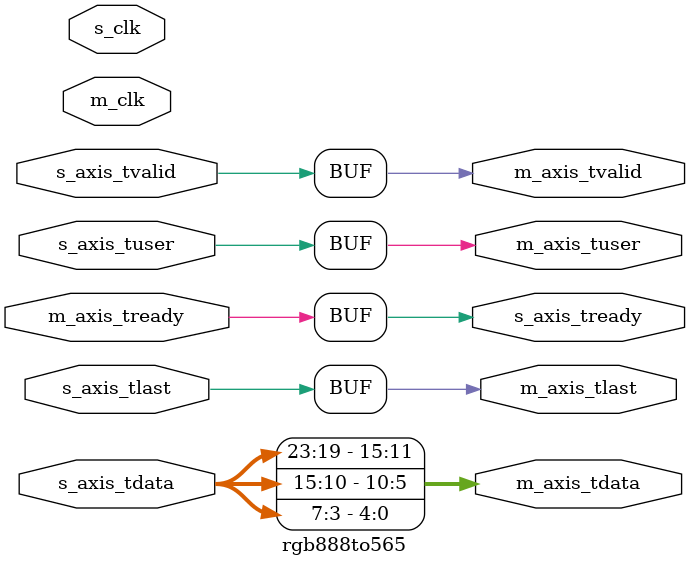
<source format=v>
module rgb888to565(
    input m_clk,
    input s_clk,
	input [23:0]s_axis_tdata,
	input s_axis_tlast,
	output s_axis_tready,
	input s_axis_tuser,
	input s_axis_tvalid,
	
	output [15:0]m_axis_tdata,
	output m_axis_tlast,
	input m_axis_tready,
	output m_axis_tuser,
	output m_axis_tvalid
);
parameter RGB_SET = 1;
assign m_axis_tlast = s_axis_tlast;
assign s_axis_tready = m_axis_tready;
assign m_axis_tuser = s_axis_tuser;
assign m_axis_tvalid = s_axis_tvalid;
assign m_axis_tdata = RGB_SET?{s_axis_tdata[23:19],s_axis_tdata[15:10],s_axis_tdata[7:3]}:{s_axis_tdata[12:10],s_axis_tdata[7:3], s_axis_tdata[23:19],s_axis_tdata[15:13]};
//7:0 15:8      12:10+7:3 23:19+15:13  
endmodule

</source>
